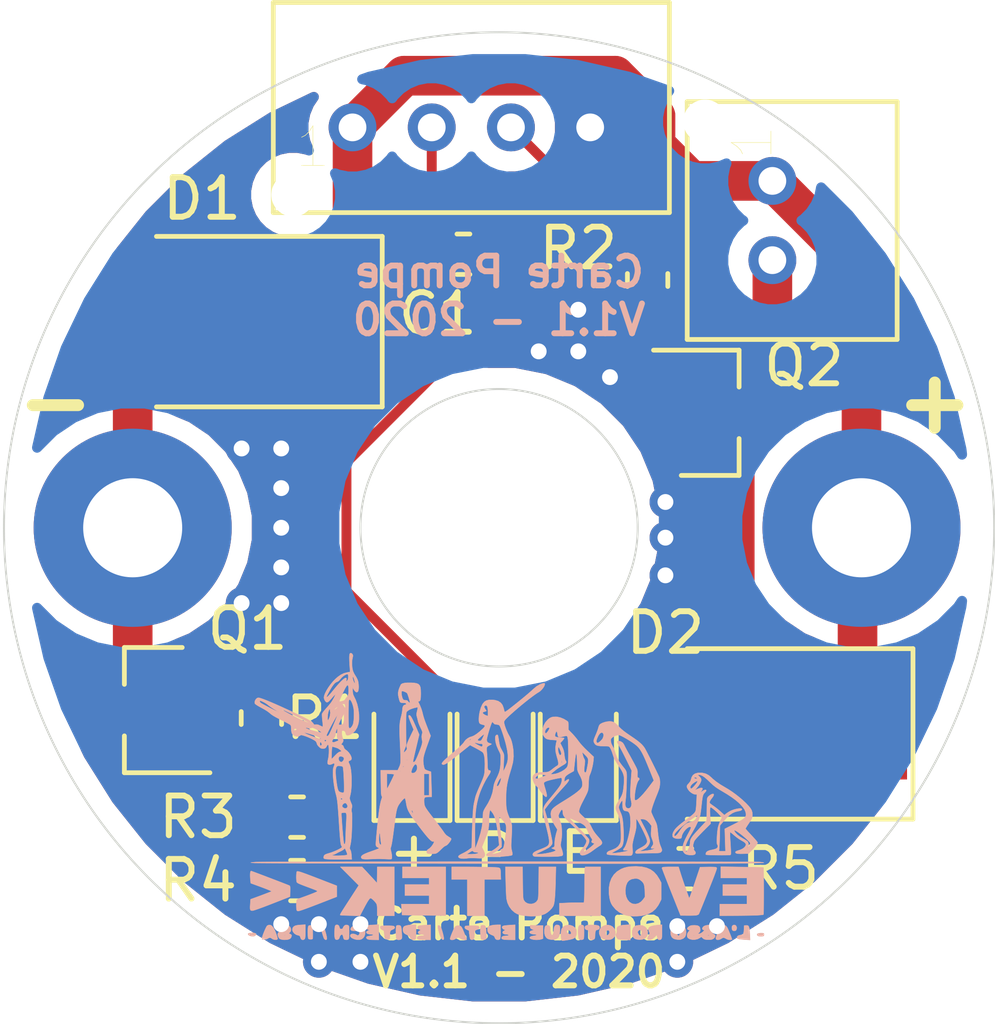
<source format=kicad_pcb>
(kicad_pcb (version 20171130) (host pcbnew "(5.1.6)-1")
  (title_block (title "Carte Pompe") (date 2020-06-12) (rev V1.1) (company Evolutek<<))
  (layers (0 F.Cu signal) (31 B.Cu signal) (34 B.Paste user) (35 F.Paste user) (36 B.SilkS user) (37 F.SilkS user) (38 B.Mask user) (39 F.Mask user) (44 Edge.Cuts user))
  (net 0 "")
  (net 1 VCC)
  (net 2 GND)
  (net 3 /EV)
  (net 4 /PUMP)
  (net 5 "Net-(LED-EV1-Pad1)")
  (net 6 "Net-(LED-PUMP1-Pad1)")
  (net 7 "Net-(LED-VCC1-Pad1)")
  (net 8 "Net-(D1-Pad2)")
  (net 9 "Net-(D2-Pad2)")
  (module ComponentsEvo:logo-evo-min (layer B.Cu) (at 200.1 81.65 180)
    (fp_text reference G*** hide)
    (fp_text value LOGO hide)
  )
  (module ConnectorsEvo:B02B-PASK (layer F.Cu) (at 206.9 67.25 90)
    (fp_text reference EV1 hide)
    (fp_text value Conn_01x02_Male)
    (fp_text user 1 (at 1.968 -0.5 90) (layer F.SilkS) (effects (font (thickness 0.015))))
    (pad 1 thru_hole circle (at 1 0 90) (size 1.208 1.208) (drill 0.7) (layers *.Cu *.Mask B.Adhes) (net 1 VCC))
    (pad 2 thru_hole circle (at -1 0 90) (size 1.208 1.208) (drill 0.7) (layers *.Cu *.Mask) (net 9 "Net-(D2-Pad2)"))
    (pad None np_thru_hole circle (at 2.5 -1.7 90) (size 1.1 1.1) (drill 1.1) (layers *.Cu *.Mask))
  )
  (module ConnectorsEvo:B04B-PASK (layer F.Cu) (at 199.3 64.9 180)
    (fp_text reference IN1 hide)
    (fp_text value Conn_01x04_Male)
    (fp_text user 1 (at 4 -0.5) (layer F.SilkS) (effects (font (thickness 0.015))))
    (pad 1 thru_hole circle (at 3 0 180) (size 1.208 1.208) (drill 0.7) (layers *.Cu *.Mask) (net 1 VCC))
    (pad 2 thru_hole circle (at 1 0 180) (size 1.208 1.208) (drill 0.7) (layers *.Cu *.Mask) (net 4 /PUMP))
    (pad 3 thru_hole circle (at -1 0 180) (size 1.208 1.208) (drill 0.7) (layers *.Cu *.Mask) (net 3 /EV))
    (pad 4 thru_hole circle (at -3 0 180) (size 1.208 1.208) (drill 0.7) (layers *.Cu *.Mask) (net 2 GND))
    (pad None np_thru_hole circle (at 4.5 -1.7 180) (size 1.1 1.1) (drill 1.1) (layers *.Cu *.Mask))
  )
  (module LED_SMD:LED_0805_2012Metric (layer F.Cu) (at 202 80.7 90)
    (fp_text reference LED-EV1 hide)
    (fp_text value LED hide)
    (pad 2 smd roundrect (at 0.9375 0 90) (size 0.975 1.4) (layers F.Cu F.Paste F.Mask) (net 3 /EV))
    (pad 1 smd roundrect (at -0.9375 0 90) (size 0.975 1.4) (layers F.Cu F.Paste F.Mask) (net 5 "Net-(LED-EV1-Pad1)"))
  )
  (module LED_SMD:LED_0805_2012Metric (layer F.Cu) (at 199.9 80.7 90)
    (fp_text reference LED-PUMP1 hide)
    (fp_text value LED hide)
    (pad 2 smd roundrect (at 0.9375 0 90) (size 0.975 1.4) (layers F.Cu F.Paste F.Mask) (net 4 /PUMP))
    (pad 1 smd roundrect (at -0.9375 0 90) (size 0.975 1.4) (layers F.Cu F.Paste F.Mask) (net 6 "Net-(LED-PUMP1-Pad1)"))
  )
  (module LED_SMD:LED_0805_2012Metric (layer F.Cu) (at 197.8 80.7 90)
    (fp_text reference LED-VCC1 hide)
    (fp_text value LED hide)
    (pad 2 smd roundrect (at 0.9375 0 90) (size 0.975 1.4) (layers F.Cu F.Paste F.Mask) (net 1 VCC))
    (pad 1 smd roundrect (at -0.9375 0 90) (size 0.975 1.4) (layers F.Cu F.Paste F.Mask) (net 7 "Net-(LED-VCC1-Pad1)"))
  )
  (module MountingHole:MountingHole_2.5mm_Pad (layer F.Cu) (at 209.15 75)
    (fp_text reference P1 hide)
    (fp_text value MountingHole_Pad)
    (pad 1 thru_hole circle (at 0 0) (size 5 5) (drill 2.5) (layers *.Cu *.Mask) (net 1 VCC))
  )
  (module MountingHole:MountingHole_2.5mm_Pad (layer F.Cu) (at 190.75 75)
    (fp_text reference P2 hide)
    (fp_text value MountingHole_Pad)
    (pad 1 thru_hole circle (at 0 0) (size 5 5) (drill 2.5) (layers *.Cu *.Mask) (net 8 "Net-(D1-Pad2)"))
  )
  (module Resistor_SMD:R_0603_1608Metric (layer F.Cu) (at 194 79.8 270)
    (fp_text reference R1 (at 0 -1.6 180) (layer F.SilkS))
    (fp_text value 10k)
    (pad 2 smd roundrect (at 0.7875 0 270) (size 0.875 0.95) (layers F.Cu F.Paste F.Mask) (net 4 /PUMP))
    (pad 1 smd roundrect (at -0.7875 0 270) (size 0.875 0.95) (layers F.Cu F.Paste F.Mask) (net 2 GND))
  )
  (module Resistor_SMD:R_0603_1608Metric (layer F.Cu) (at 203.75 68.75 90)
    (fp_text reference R2 (at 0.8 -1.75 180) (layer F.SilkS))
    (fp_text value 10k)
    (pad 2 smd roundrect (at 0.7875 0 90) (size 0.875 0.95) (layers F.Cu F.Paste F.Mask) (net 3 /EV))
    (pad 1 smd roundrect (at -0.7875 0 90) (size 0.875 0.95) (layers F.Cu F.Paste F.Mask) (net 2 GND))
  )
  (module Resistor_SMD:R_0603_1608Metric (layer F.Cu) (at 194.9 82.3 180)
    (fp_text reference R3 (at 2.5 0) (layer F.SilkS))
    (fp_text value 510)
    (pad 2 smd roundrect (at 0.7875 0 180) (size 0.875 0.95) (layers F.Cu F.Paste F.Mask) (net 2 GND))
    (pad 1 smd roundrect (at -0.7875 0 180) (size 0.875 0.95) (layers F.Cu F.Paste F.Mask) (net 7 "Net-(LED-VCC1-Pad1)"))
  )
  (module Resistor_SMD:R_0603_1608Metric (layer F.Cu) (at 194.9 83.9)
    (fp_text reference R4 (at -2.5 0) (layer F.SilkS))
    (fp_text value 68)
    (pad 2 smd roundrect (at 0.7875 0) (size 0.875 0.95) (layers F.Cu F.Paste F.Mask) (net 6 "Net-(LED-PUMP1-Pad1)"))
    (pad 1 smd roundrect (at -0.7875 0) (size 0.875 0.95) (layers F.Cu F.Paste F.Mask) (net 2 GND))
  )
  (module Resistor_SMD:R_0603_1608Metric (layer F.Cu) (at 204.7 83.6 180)
    (fp_text reference R5 (at -2.4 0) (layer F.SilkS))
    (fp_text value 68)
    (pad 2 smd roundrect (at 0.7875 0 180) (size 0.875 0.95) (layers F.Cu F.Paste F.Mask) (net 5 "Net-(LED-EV1-Pad1)"))
    (pad 1 smd roundrect (at -0.7875 0 180) (size 0.875 0.95) (layers F.Cu F.Paste F.Mask) (net 2 GND))
  )
  (module Diode_SMD:D_SMB (layer F.Cu) (at 193.5 69.8 180)
    (fp_text reference D1 (at 1 3.1) (layer F.SilkS))
    (fp_text value D)
    (pad 2 smd rect (at 2.15 0 180) (size 2.5 2.3) (layers F.Cu F.Paste F.Mask) (net 8 "Net-(D1-Pad2)"))
    (pad 1 smd rect (at -2.15 0 180) (size 2.5 2.3) (layers F.Cu F.Paste F.Mask) (net 1 VCC))
  )
  (module Diode_SMD:D_SMB (layer F.Cu) (at 206.9 80.2 180)
    (fp_text reference D2 (at 2.7 2.55 180) (layer F.SilkS))
    (fp_text value D)
    (pad 2 smd rect (at 2.15 0 180) (size 2.5 2.3) (layers F.Cu F.Paste F.Mask) (net 9 "Net-(D2-Pad2)"))
    (pad 1 smd rect (at -2.15 0 180) (size 2.5 2.3) (layers F.Cu F.Paste F.Mask) (net 1 VCC))
  )
  (module Package_TO_SOT_SMD:SOT-23 (layer F.Cu) (at 191.3 79.6 180)
    (fp_text reference Q1 (at -2.35 2.05 180) (layer F.SilkS))
    (fp_text value Q_PMOS_GSD)
    (pad 3 smd rect (at 1 0 180) (size 0.9 0.8) (layers F.Cu F.Paste F.Mask) (net 8 "Net-(D1-Pad2)"))
    (pad 2 smd rect (at -1 0.95 180) (size 0.9 0.8) (layers F.Cu F.Paste F.Mask) (net 2 GND))
    (pad 1 smd rect (at -1 -0.95 180) (size 0.9 0.8) (layers F.Cu F.Paste F.Mask) (net 4 /PUMP))
  )
  (module Package_TO_SOT_SMD:SOT-23 (layer F.Cu) (at 205.3 72.1)
    (fp_text reference Q2 (at 2.4 -1.2) (layer F.SilkS))
    (fp_text value Q_PMOS_GSD)
    (pad 3 smd rect (at 1 0) (size 0.9 0.8) (layers F.Cu F.Paste F.Mask) (net 9 "Net-(D2-Pad2)"))
    (pad 2 smd rect (at -1 0.95) (size 0.9 0.8) (layers F.Cu F.Paste F.Mask) (net 2 GND))
    (pad 1 smd rect (at -1 -0.95) (size 0.9 0.8) (layers F.Cu F.Paste F.Mask) (net 3 /EV))
  )
  (module Capacitor_SMD:C_0603_1608Metric (layer F.Cu) (at 199.1 68.1)
    (fp_text reference C1 (at -0.65 1.5) (layer F.SilkS))
    (fp_text value 2.2uF)
    (pad 2 smd roundrect (at 0.7875 0) (size 0.875 0.95) (layers F.Cu F.Paste F.Mask) (net 2 GND))
    (pad 1 smd roundrect (at -0.7875 0) (size 0.875 0.95) (layers F.Cu F.Paste F.Mask) (net 1 VCC))
  )
  (gr_text "Carte Pompe\nV1.1 - 2020" (at 200 69.15) (layer B.SilkS) (effects (font (size 0.75 0.75)) (justify mirror)))
  (gr_text "Carte Pompe\nV1.1 - 2020" (at 200.5 85.6) (layer F.SilkS) (effects (font (size 0.75 0.75))))
  (gr_text E (at 202 83.2) (layer F.SilkS) (effects (font (size 1 1))))
  (gr_text P (at 199.9 83.25) (layer F.SilkS) (effects (font (size 1 1))))
  (gr_text + (at 197.85 83.15) (layer F.SilkS) (effects (font (size 1 1))))
  (gr_text - (at 188.8 71.8) (layer F.SilkS) (effects (font (size 1.5 1.5) (thickness 0.3))))
  (gr_text + (at 211 71.8) (layer F.SilkS) (effects (font (size 1.5 1.5) (thickness 0.3))))
  (gr_circle (center 200 75) (end 203.5 75) (layer Edge.Cuts) (width 0.05))
  (gr_circle (center 200 75) (end 212.5 75) (layer Edge.Cuts) (width 0.05))
  (segment (start 210.004001 74.145999) (end 209.15 75) (width 1) (layer F.Cu) (net 1))
  (segment (start 208.575 75.575) (end 209.15 75) (width 1) (layer F.Cu) (net 1))
  (segment (start 209.05 75.1) (end 209.15 75) (width 1) (layer F.Cu) (net 1))
  (segment (start 209.05 80.2) (end 209.05 75.1) (width 1) (layer F.Cu) (net 1))
  (segment (start 195.65 69.8) (end 196.3 69.15) (width 1) (layer F.Cu) (net 1))
  (segment (start 196.3 69.15) (end 196.3 68.2) (width 1) (layer F.Cu) (net 1))
  (segment (start 196.3 68.2) (end 196.3 64.9) (width 1) (layer F.Cu) (net 1))
  (segment (start 197.604001 63.595999) (end 202.925921 63.595999) (width 1) (layer F.Cu) (net 1))
  (segment (start 196.3 64.9) (end 197.604001 63.595999) (width 1) (layer F.Cu) (net 1))
  (segment (start 196.5 68.4) (end 196.3 68.2) (width 1) (layer F.Cu) (net 1))
  (segment (start 196.7875 68.1125) (end 196.5 68.4) (width 1) (layer F.Cu) (net 1))
  (segment (start 198.3 68.1125) (end 196.7875 68.1125) (width 1) (layer F.Cu) (net 1))
  (segment (start 195.65 77.6125) (end 197.8 79.7625) (width 0.25) (layer F.Cu) (net 1))
  (segment (start 195.65 69.8) (end 195.65 77.6125) (width 0.25) (layer F.Cu) (net 1))
  (segment (start 204.849998 66.25) (end 206.9 66.25) (width 1) (layer F.Cu) (net 1))
  (segment (start 203.949999 65.350001) (end 204.849998 66.25) (width 1) (layer F.Cu) (net 1))
  (segment (start 203.949999 64.620077) (end 203.949999 65.350001) (width 1) (layer F.Cu) (net 1))
  (segment (start 202.925921 63.595999) (end 203.949999 64.620077) (width 1) (layer F.Cu) (net 1))
  (segment (start 209.15 68.5) (end 209.15 75) (width 1) (layer F.Cu) (net 1))
  (segment (start 206.9 66.25) (end 209.15 68.5) (width 1) (layer F.Cu) (net 1))
  (via (at 194.5 76) (size 0.8) (drill 0.4) (layers F.Cu B.Cu) (net 2))
  (via (at 194.5 75) (size 0.8) (drill 0.4) (layers F.Cu B.Cu) (net 2))
  (via (at 194.5 74) (size 0.8) (drill 0.4) (layers F.Cu B.Cu) (net 2))
  (via (at 194.5 73) (size 0.8) (drill 0.4) (layers F.Cu B.Cu) (net 2))
  (via (at 193.5 73) (size 0.8) (drill 0.4) (layers F.Cu B.Cu) (net 2))
  (via (at 194.5 76.9) (size 0.8) (drill 0.4) (layers F.Cu B.Cu) (net 2))
  (via (at 193.5 76.9) (size 0.8) (drill 0.4) (layers F.Cu B.Cu) (net 2))
  (via (at 194.5 85) (size 0.8) (drill 0.4) (layers F.Cu B.Cu) (net 2))
  (via (at 195.45 85) (size 0.8) (drill 0.4) (layers F.Cu B.Cu) (net 2))
  (via (at 196.5 85) (size 0.8) (drill 0.4) (layers F.Cu B.Cu) (net 2))
  (via (at 196.5 85.95) (size 0.8) (drill 0.4) (layers F.Cu B.Cu) (net 2))
  (via (at 205.5 85.05) (size 0.8) (drill 0.4) (layers F.Cu B.Cu) (net 2))
  (via (at 204.5 85.05) (size 0.8) (drill 0.4) (layers F.Cu B.Cu) (net 2))
  (via (at 204.5 85.95) (size 0.8) (drill 0.4) (layers F.Cu B.Cu) (net 2))
  (via (at 201 70.55) (size 0.8) (drill 0.4) (layers F.Cu B.Cu) (net 2))
  (via (at 202 69.5) (size 0.8) (drill 0.4) (layers F.Cu B.Cu) (net 2))
  (via (at 202 70.55) (size 0.8) (drill 0.4) (layers F.Cu B.Cu) (net 2))
  (via (at 204.2 74.35) (size 0.8) (drill 0.4) (layers F.Cu B.Cu) (net 2))
  (via (at 204.2 75.25) (size 0.8) (drill 0.4) (layers F.Cu B.Cu) (net 2))
  (via (at 204.2 76.2) (size 0.8) (drill 0.4) (layers F.Cu B.Cu) (net 2))
  (via (at 195.45 85.95) (size 0.8) (drill 0.4) (layers F.Cu B.Cu) (net 2))
  (via (at 202.8 71.2) (size 0.8) (drill 0.4) (layers F.Cu B.Cu) (net 2))
  (segment (start 203.5125 68.1125) (end 204 68.1125) (width 0.25) (layer F.Cu) (net 3))
  (segment (start 200.356494 64.9) (end 200.3 64.9) (width 0.25) (layer F.Cu) (net 3))
  (segment (start 203.3625 67.9625) (end 200.3 64.9) (width 0.25) (layer F.Cu) (net 3))
  (segment (start 203.75 67.9625) (end 203.3625 67.9625) (width 0.25) (layer F.Cu) (net 3))
  (segment (start 204.55001 68.76251) (end 204.55001 70.79999) (width 0.25) (layer F.Cu) (net 3))
  (segment (start 203.75 67.9625) (end 204.55001 68.76251) (width 0.25) (layer F.Cu) (net 3))
  (segment (start 205.1 71.95) (end 204.3 71.15) (width 0.25) (layer F.Cu) (net 3))
  (segment (start 202 79.7625) (end 205.1 76.6625) (width 0.25) (layer F.Cu) (net 3))
  (segment (start 205.1 76.6625) (end 205.1 71.95) (width 0.25) (layer F.Cu) (net 3))
  (segment (start 193.9625 80.55) (end 194 80.5875) (width 0.25) (layer F.Cu) (net 4))
  (segment (start 199.08749 80.57501) (end 199.9 79.7625) (width 0.25) (layer F.Cu) (net 4))
  (segment (start 197.07501 80.57501) (end 199.08749 80.57501) (width 0.25) (layer F.Cu) (net 4))
  (segment (start 192.3 80.55) (end 197.05 80.55) (width 0.25) (layer F.Cu) (net 4))
  (segment (start 197.05 80.55) (end 197.07501 80.57501) (width 0.25) (layer F.Cu) (net 4))
  (segment (start 198.3 66.5) (end 198.3 64.9) (width 0.25) (layer F.Cu) (net 4))
  (segment (start 199.531494 66.5) (end 198.3 66.5) (width 0.25) (layer F.Cu) (net 4))
  (segment (start 199.312271 79.7625) (end 196.146993 76.597222) (width 0.25) (layer F.Cu) (net 4))
  (segment (start 199.9 79.7625) (end 199.312271 79.7625) (width 0.25) (layer F.Cu) (net 4))
  (segment (start 200.65001 67.618516) (end 199.531494 66.5) (width 0.25) (layer F.Cu) (net 4))
  (segment (start 196.146993 76.597222) (end 196.146993 73.353007) (width 0.25) (layer F.Cu) (net 4))
  (segment (start 196.146993 73.353007) (end 200.65001 68.84999) (width 0.25) (layer F.Cu) (net 4))
  (segment (start 200.65001 68.84999) (end 200.65001 67.618516) (width 0.25) (layer F.Cu) (net 4))
  (segment (start 203.9125 83.55) (end 202 81.6375) (width 0.25) (layer F.Cu) (net 5))
  (segment (start 203.9125 83.6) (end 203.9125 83.55) (width 0.25) (layer F.Cu) (net 5))
  (segment (start 197.6375 83.9) (end 199.9 81.6375) (width 0.25) (layer F.Cu) (net 6))
  (segment (start 195.6875 83.9) (end 197.6375 83.9) (width 0.25) (layer F.Cu) (net 6))
  (segment (start 197.1375 82.3) (end 197.8 81.6375) (width 0.25) (layer F.Cu) (net 7))
  (segment (start 195.6875 82.3) (end 197.1375 82.3) (width 0.25) (layer F.Cu) (net 7))
  (segment (start 190.1 75.65) (end 190.75 75) (width 1) (layer F.Cu) (net 8))
  (segment (start 190.9 75.15) (end 190.75 75) (width 1) (layer F.Cu) (net 8))
  (segment (start 190.8 74.95) (end 190.75 75) (width 1) (layer F.Cu) (net 8))
  (segment (start 191.35 69.1) (end 190.8 69.65) (width 1) (layer F.Cu) (net 8))
  (segment (start 190.75 70.4) (end 191.35 69.8) (width 1) (layer F.Cu) (net 8))
  (segment (start 190.75 75) (end 190.75 70.4) (width 1) (layer F.Cu) (net 8))
  (segment (start 190.75 79.15) (end 190.3 79.6) (width 1) (layer F.Cu) (net 8))
  (segment (start 190.75 75) (end 190.75 79.15) (width 1) (layer F.Cu) (net 8))
  (segment (start 204.75 80.2) (end 205.949999 79.000001) (width 1) (layer F.Cu) (net 9))
  (segment (start 205.949999 72.550001) (end 206.4 72.1) (width 1) (layer F.Cu) (net 9))
  (segment (start 205.949999 79.000001) (end 205.949999 72.550001) (width 1) (layer F.Cu) (net 9))
  (segment (start 206.9 71.6) (end 206.4 72.1) (width 1) (layer F.Cu) (net 9))
  (segment (start 206.9 68.25) (end 206.9 71.6) (width 1) (layer F.Cu) (net 9))
  (zone (net 2) (net_name GND) (layer F.Cu) (connect_pads yes (clearance 0.508)) (min_thickness 0.254) (fill yes (arc_segments 32) (thermal_gap 0.508) (thermal_bridge_width 0.508))
    (polygon (pts (xy 212.525 87.496875) (xy 187.575 87.53125) (xy 187.475 62.517188) (xy 212.525 62.482813)))
  )
  (zone (net 2) (net_name GND) (layer B.Cu) (connect_pads yes (clearance 0.508)) (min_thickness 0.254) (fill yes (arc_segments 32) (thermal_gap 0.508) (thermal_bridge_width 0.508))
    (polygon (pts (xy 212.54375 87.475) (xy 187.6125 87.525) (xy 187.4 62.5) (xy 212.43125 62.45)))
  )
)
</source>
